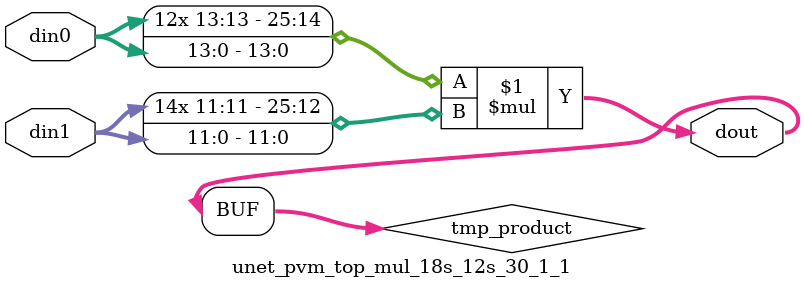
<source format=v>

`timescale 1 ns / 1 ps

 module unet_pvm_top_mul_18s_12s_30_1_1(din0, din1, dout);
parameter ID = 1;
parameter NUM_STAGE = 0;
parameter din0_WIDTH = 14;
parameter din1_WIDTH = 12;
parameter dout_WIDTH = 26;

input [din0_WIDTH - 1 : 0] din0; 
input [din1_WIDTH - 1 : 0] din1; 
output [dout_WIDTH - 1 : 0] dout;

wire signed [dout_WIDTH - 1 : 0] tmp_product;



























assign tmp_product = $signed(din0) * $signed(din1);








assign dout = tmp_product;





















endmodule

</source>
